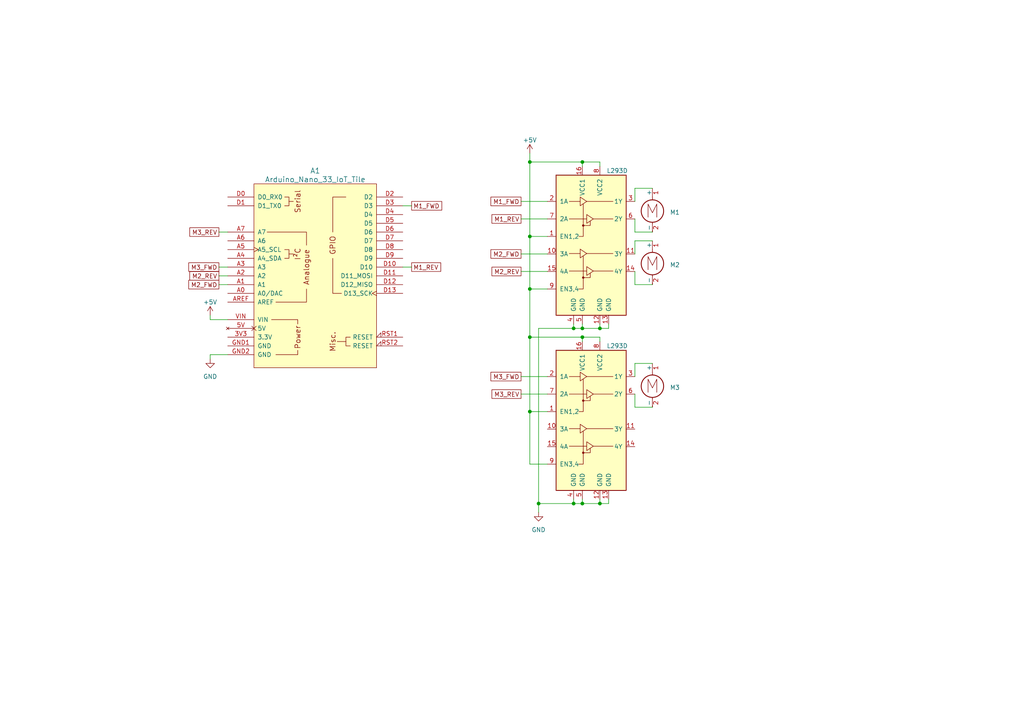
<source format=kicad_sch>
(kicad_sch (version 20230121) (generator eeschema)
  (paper "A4")
  (lib_symbols
    (symbol "Driver_Motor:L293D" (pin_names (offset 1.016))
      (property "Reference" "U" (at -5.08 26.035 0))
      (property "Value" "L293D" (at -5.08 24.13 0))
      (symbol "L293D_0_1"
        (rectangle (start -10.16 22.86) (end 10.16 -17.78) (stroke (width 0.254)) (fill (type background)))
        (circle (center -2.286 -6.858) (radius 0.254) (fill (type outline)))
        (circle (center -2.286 8.255) (radius 0.254) (fill (type outline)))
        (polyline (pts (xy -6.35 -4.953) (xy -1.27 -4.953)))
        (polyline (pts (xy -6.35 0.127) (xy -3.175 0.127)))
        (polyline (pts (xy -6.35 10.16) (xy -1.27 10.16)))
        (polyline (pts (xy -6.35 15.24) (xy -3.175 15.24)))
        (polyline (pts (xy -1.27 0.127) (xy 6.35 0.127)))
        (polyline (pts (xy -1.27 15.24) (xy 6.35 15.24)))
        (polyline (pts (xy 0.635 -4.953) (xy 6.35 -4.953)))
        (polyline (pts (xy 0.635 10.16) (xy 6.35 10.16)))
        (polyline (pts (xy -2.286 -6.858) (xy -0.254 -6.858) (xy -0.254 -5.588)))
        (polyline (pts (xy -2.286 -0.635) (xy -2.286 -10.16) (xy -3.556 -10.16)))
        (polyline (pts (xy -2.286 8.255) (xy -0.254 8.255) (xy -0.254 9.525)))
        (polyline (pts (xy -2.286 14.478) (xy -2.286 5.08) (xy -3.556 5.08)))
        (polyline (pts (xy -3.175 1.397) (xy -3.175 -1.143) (xy -1.27 0.127) (xy -3.175 1.397)))
        (polyline (pts (xy -3.175 16.51) (xy -3.175 13.97) (xy -1.27 15.24) (xy -3.175 16.51)))
        (polyline (pts (xy -1.27 -3.683) (xy -1.27 -6.223) (xy 0.635 -4.953) (xy -1.27 -3.683)))
        (polyline (pts (xy -1.27 11.43) (xy -1.27 8.89) (xy 0.635 10.16) (xy -1.27 11.43)))
      )
      (symbol "L293D_1_1"
        (pin input line (at -12.7 5.08 0) (length 2.54) (name "EN1,2") (number "1"))
        (pin input line (at -12.7 0 0) (length 2.54) (name "3A") (number "10"))
        (pin output line (at 12.7 0 180) (length 2.54) (name "3Y") (number "11"))
        (pin power_in line (at 2.54 -20.32 90) (length 2.54) (name "GND") (number "12"))
        (pin power_in line (at 5.08 -20.32 90) (length 2.54) (name "GND") (number "13"))
        (pin output line (at 12.7 -5.08 180) (length 2.54) (name "4Y") (number "14"))
        (pin input line (at -12.7 -5.08 0) (length 2.54) (name "4A") (number "15"))
        (pin power_in line (at -2.54 25.4 270) (length 2.54) (name "VCC1") (number "16"))
        (pin input line (at -12.7 15.24 0) (length 2.54) (name "1A") (number "2"))
        (pin output line (at 12.7 15.24 180) (length 2.54) (name "1Y") (number "3"))
        (pin power_in line (at -5.08 -20.32 90) (length 2.54) (name "GND") (number "4"))
        (pin power_in line (at -2.54 -20.32 90) (length 2.54) (name "GND") (number "5"))
        (pin output line (at 12.7 10.16 180) (length 2.54) (name "2Y") (number "6"))
        (pin input line (at -12.7 10.16 0) (length 2.54) (name "2A") (number "7"))
        (pin power_in line (at 2.54 25.4 270) (length 2.54) (name "VCC2") (number "8"))
        (pin input line (at -12.7 -10.16 0) (length 2.54) (name "EN3,4") (number "9"))
      )
    )
    (symbol "Motor:Motor_DC" (pin_names (offset 0))
      (property "Reference" "M" (at 2.54 2.54 0))
      (property "Value" "Motor_DC" (at 2.54 -5.08 0))
      (symbol "Motor_DC_0_0"
        (polyline (pts (xy -1.27 -3.302) (xy -1.27 0.508) (xy 0 -2.032) (xy 1.27 0.508) (xy 1.27 -3.302)))
      )
      (symbol "Motor_DC_0_1"
        (circle (center 0 -1.524) (radius 3.2512) (stroke (width 0.254)))
        (polyline (pts (xy 0 -7.62) (xy 0 -7.112)))
        (polyline (pts (xy 0 -4.7752) (xy 0 -5.1816)))
        (polyline (pts (xy 0 1.7272) (xy 0 2.0828)))
        (polyline (pts (xy 0 2.032) (xy 0 2.54)))
      )
      (symbol "Motor_DC_1_1"
        (pin passive line (at 0 5.08 270) (length 2.54) (name "+") (number "1"))
        (pin passive line (at 0 -7.62 90) (length 2.54) (name "-") (number "2"))
      )
    )
    (symbol "arduino-library:Arduino_Nano_33_IoT_Tile" (pin_names (offset 1.016))
      (property "Reference" "A" (at 0 33.02 0))
      (property "Value" "Arduino_Nano_33_IoT_Tile" (at 0 29.21 0))
      (symbol "Arduino_Nano_33_IoT_Tile_0_0"
        (rectangle (start -17.78 26.67) (end 17.78 -26.67) (fill (type background)))
        (polyline (pts (xy -7.62 6.35) (xy -6.35 6.35)))
        (polyline (pts (xy -7.62 21.59) (xy -6.35 21.59)))
        (polyline (pts (xy 8.89 -19.05) (xy 6.35 -19.05)))
        (polyline (pts (xy -11.43 -22.86) (xy -5.08 -22.86) (xy -5.08 -21.59)))
        (polyline (pts (xy -5.08 -13.97) (xy -5.08 -12.7) (xy -12.7 -12.7)))
        (polyline (pts (xy -8.89 7.62) (xy -7.62 7.62) (xy -7.62 5.08) (xy -8.89 5.08)))
        (polyline (pts (xy -8.89 22.86) (xy -7.62 22.86) (xy -7.62 20.32) (xy -8.89 20.32)))
        (text "Analogue" (at -2.54 2.54 900) (effects (font (size 1.524 1.524))))
        (text "I²C" (at -5.08 6.35 900) (effects (font (size 1.524 1.524))))
        (text "Misc." (at 5.08 -19.05 900) (effects (font (size 1.524 1.524))))
        (text "Power" (at -5.08 -17.78 900) (effects (font (size 1.524 1.524))))
        (text "Serial" (at -5.08 21.59 900) (effects (font (size 1.524 1.524))))
      )
      (symbol "Arduino_Nano_33_IoT_Tile_0_1"
        (polyline (pts (xy -13.97 12.7) (xy -2.54 12.7) (xy -2.54 8.89)))
        (polyline (pts (xy -11.43 -7.62) (xy -2.54 -7.62) (xy -2.54 -3.81)))
        (polyline (pts (xy 7.62 -5.08) (xy 5.08 -5.08) (xy 5.08 5.08)))
        (polyline (pts (xy 8.89 22.86) (xy 5.08 22.86) (xy 5.08 12.7)))
        (polyline (pts (xy 10.16 -17.78) (xy 8.89 -17.78) (xy 8.89 -20.32) (xy 10.16 -20.32)))
      )
      (symbol "Arduino_Nano_33_IoT_Tile_1_0"
        (text "GPIO" (at 5.08 8.89 900) (effects (font (size 1.524 1.524))))
      )
      (symbol "Arduino_Nano_33_IoT_Tile_1_1"
        (pin power_in line (at -25.4 -17.78 0) (length 7.62) (name "3.3V") (number "3V3"))
        (pin no_connect non_logic (at -25.4 -15.24 0) (length 7.62) (name "5V") (number "5V"))
        (pin bidirectional line (at -25.4 -5.08 0) (length 7.62) (name "A0/DAC") (number "A0"))
        (pin bidirectional line (at -25.4 -2.54 0) (length 7.62) (name "A1") (number "A1"))
        (pin bidirectional line (at -25.4 0 0) (length 7.62) (name "A2") (number "A2"))
        (pin bidirectional line (at -25.4 2.54 0) (length 7.62) (name "A3") (number "A3"))
        (pin bidirectional line (at -25.4 5.08 0) (length 7.62) (name "A4_SDA") (number "A4"))
        (pin bidirectional clock (at -25.4 7.62 0) (length 7.62) (name "A5_SCL") (number "A5"))
        (pin input line (at -25.4 10.16 0) (length 7.62) (name "A6") (number "A6"))
        (pin input line (at -25.4 12.7 0) (length 7.62) (name "A7") (number "A7"))
        (pin input line (at -25.4 -7.62 0) (length 7.62) (name "AREF") (number "AREF"))
        (pin bidirectional line (at -25.4 22.86 0) (length 7.62) (name "D0_RX0") (number "D0"))
        (pin bidirectional line (at -25.4 20.32 0) (length 7.62) (name "D1_TX0") (number "D1"))
        (pin bidirectional line (at 25.4 2.54 180) (length 7.62) (name "D10") (number "D10"))
        (pin bidirectional line (at 25.4 0 180) (length 7.62) (name "D11_MOSI") (number "D11"))
        (pin bidirectional line (at 25.4 -2.54 180) (length 7.62) (name "D12_MISO") (number "D12"))
        (pin bidirectional clock (at 25.4 -5.08 180) (length 7.62) (name "D13_SCK") (number "D13"))
        (pin bidirectional line (at 25.4 22.86 180) (length 7.62) (name "D2") (number "D2"))
        (pin bidirectional line (at 25.4 20.32 180) (length 7.62) (name "D3") (number "D3"))
        (pin bidirectional line (at 25.4 17.78 180) (length 7.62) (name "D4") (number "D4"))
        (pin bidirectional line (at 25.4 15.24 180) (length 7.62) (name "D5") (number "D5"))
        (pin bidirectional line (at 25.4 12.7 180) (length 7.62) (name "D6") (number "D6"))
        (pin bidirectional line (at 25.4 10.16 180) (length 7.62) (name "D7") (number "D7"))
        (pin bidirectional line (at 25.4 7.62 180) (length 7.62) (name "D8") (number "D8"))
        (pin bidirectional line (at 25.4 5.08 180) (length 7.62) (name "D9") (number "D9"))
        (pin power_in line (at -25.4 -20.32 0) (length 7.62) (name "GND") (number "GND1"))
        (pin power_in line (at -25.4 -22.86 0) (length 7.62) (name "GND") (number "GND2"))
        (pin open_collector input_low (at 25.4 -17.78 180) (length 7.62) (name "RESET") (number "RST1"))
        (pin open_collector input_low (at 25.4 -20.32 180) (length 7.62) (name "RESET") (number "RST2"))
        (pin power_in line (at -25.4 -12.7 0) (length 7.62) (name "VIN") (number "VIN"))
      )
    )
    (symbol "power:+5V" (power) (pin_names (offset 0))
      (property "Value" "+5V" (at 0 3.556 0))
      (symbol "+5V_0_1"
        (polyline (pts (xy -0.762 1.27) (xy 0 2.54)))
        (polyline (pts (xy 0 0) (xy 0 2.54)))
        (polyline (pts (xy 0 2.54) (xy 0.762 1.27)))
      )
      (symbol "+5V_1_1"
        (pin power_in line (at 0 0 90) (length 0) hide (name "+5V") (number "1"))
      )
    )
    (symbol "power:GND" (power) (pin_names (offset 0))
      (property "Value" "GND" (at 0 -3.81 0))
      (symbol "GND_0_1"
        (polyline (pts (xy 0 0) (xy 0 -1.27) (xy 1.27 -1.27) (xy 0 -2.54) (xy -1.27 -1.27) (xy 0 -1.27)))
      )
      (symbol "GND_1_1"
        (pin power_in line (at 0 0 270) (length 0) hide (name "GND") (number "1"))
      )
    )
  )
  (junction (at 153.67 119.38))
  (junction (at 153.67 83.82))
  (junction (at 166.37 95.25))
  (junction (at 168.91 97.79))
  (junction (at 153.67 46.99))
  (junction (at 173.99 146.05))
  (junction (at 156.21 146.05))
  (junction (at 173.99 95.25))
  (junction (at 168.91 146.05))
  (junction (at 166.37 146.05))
  (junction (at 168.91 46.99))
  (junction (at 153.67 68.58))
  (junction (at 168.91 95.25))
  (junction (at 153.67 97.79))
  (wire (pts (xy 184.15 54.61) (xy 189.23 54.61)))
  (wire (pts (xy 168.91 46.99) (xy 168.91 48.26)))
  (wire (pts (xy 173.99 93.98) (xy 173.99 95.25)))
  (wire (pts (xy 173.99 46.99) (xy 173.99 48.26)))
  (wire (pts (xy 184.15 67.31) (xy 189.23 67.31)))
  (wire (pts (xy 153.67 119.38) (xy 153.67 134.62)))
  (wire (pts (xy 173.99 146.05) (xy 176.53 146.05)))
  (wire (pts (xy 63.5 67.31) (xy 66.04 67.31)))
  (wire (pts (xy 184.15 73.66) (xy 184.15 69.85)))
  (wire (pts (xy 153.67 68.58) (xy 153.67 83.82)))
  (wire (pts (xy 184.15 118.11) (xy 189.23 118.11)))
  (wire (pts (xy 63.5 82.55) (xy 66.04 82.55)))
  (wire (pts (xy 153.67 83.82) (xy 158.75 83.82)))
  (wire (pts (xy 153.67 46.99) (xy 168.91 46.99)))
  (wire (pts (xy 173.99 95.25) (xy 176.53 95.25)))
  (wire (pts (xy 184.15 109.22) (xy 184.15 105.41)))
  (wire (pts (xy 116.84 77.47) (xy 119.38 77.47)))
  (wire (pts (xy 66.04 92.71) (xy 60.96 92.71)))
  (wire (pts (xy 184.15 69.85) (xy 189.23 69.85)))
  (wire (pts (xy 176.53 146.05) (xy 176.53 144.78)))
  (wire (pts (xy 153.67 97.79) (xy 168.91 97.79)))
  (wire (pts (xy 153.67 68.58) (xy 158.75 68.58)))
  (wire (pts (xy 166.37 95.25) (xy 168.91 95.25)))
  (wire (pts (xy 166.37 93.98) (xy 166.37 95.25)))
  (wire (pts (xy 156.21 146.05) (xy 166.37 146.05)))
  (wire (pts (xy 63.5 80.01) (xy 66.04 80.01)))
  (wire (pts (xy 151.13 63.5) (xy 158.75 63.5)))
  (wire (pts (xy 168.91 146.05) (xy 173.99 146.05)))
  (wire (pts (xy 184.15 105.41) (xy 189.23 105.41)))
  (wire (pts (xy 166.37 146.05) (xy 168.91 146.05)))
  (wire (pts (xy 168.91 97.79) (xy 168.91 99.06)))
  (wire (pts (xy 151.13 114.3) (xy 158.75 114.3)))
  (wire (pts (xy 116.84 59.69) (xy 119.38 59.69)))
  (wire (pts (xy 168.91 93.98) (xy 168.91 95.25)))
  (wire (pts (xy 168.91 97.79) (xy 173.99 97.79)))
  (wire (pts (xy 168.91 95.25) (xy 173.99 95.25)))
  (wire (pts (xy 153.67 44.45) (xy 153.67 46.99)))
  (wire (pts (xy 151.13 58.42) (xy 158.75 58.42)))
  (wire (pts (xy 176.53 95.25) (xy 176.53 93.98)))
  (wire (pts (xy 184.15 114.3) (xy 184.15 118.11)))
  (wire (pts (xy 173.99 144.78) (xy 173.99 146.05)))
  (wire (pts (xy 166.37 144.78) (xy 166.37 146.05)))
  (wire (pts (xy 151.13 73.66) (xy 158.75 73.66)))
  (wire (pts (xy 151.13 109.22) (xy 158.75 109.22)))
  (wire (pts (xy 153.67 46.99) (xy 153.67 68.58)))
  (wire (pts (xy 156.21 95.25) (xy 166.37 95.25)))
  (wire (pts (xy 151.13 78.74) (xy 158.75 78.74)))
  (wire (pts (xy 168.91 46.99) (xy 173.99 46.99)))
  (wire (pts (xy 156.21 95.25) (xy 156.21 146.05)))
  (wire (pts (xy 184.15 82.55) (xy 189.23 82.55)))
  (wire (pts (xy 153.67 97.79) (xy 153.67 119.38)))
  (wire (pts (xy 184.15 63.5) (xy 184.15 67.31)))
  (wire (pts (xy 153.67 119.38) (xy 158.75 119.38)))
  (wire (pts (xy 60.96 102.87) (xy 66.04 102.87)))
  (wire (pts (xy 156.21 148.59) (xy 156.21 146.05)))
  (wire (pts (xy 153.67 134.62) (xy 158.75 134.62)))
  (wire (pts (xy 60.96 92.71) (xy 60.96 91.44)))
  (wire (pts (xy 184.15 78.74) (xy 184.15 82.55)))
  (wire (pts (xy 153.67 83.82) (xy 153.67 97.79)))
  (wire (pts (xy 60.96 104.14) (xy 60.96 102.87)))
  (wire (pts (xy 184.15 58.42) (xy 184.15 54.61)))
  (wire (pts (xy 173.99 97.79) (xy 173.99 99.06)))
  (wire (pts (xy 168.91 144.78) (xy 168.91 146.05)))
  (wire (pts (xy 63.5 77.47) (xy 66.04 77.47)))
  (global_label "M1_FWD" (shape passive) (at 119.38 59.69 0) (property "Intersheetrefs" "${INTERSHEET_REFS}" (effects hide)))
  (global_label "M1_REV" (shape passive) (at 119.38 77.47 0) (property "Intersheetrefs" "${INTERSHEET_REFS}" (effects hide)))
  (global_label "M3_REV" (shape passive) (at 151.13 114.3 180) (property "Intersheetrefs" "${INTERSHEET_REFS}" (effects hide)))
  (global_label "M2_REV" (shape passive) (at 63.5 80.01 180) (property "Intersheetrefs" "${INTERSHEET_REFS}" (effects hide)))
  (global_label "M1_REV" (shape passive) (at 151.13 63.5 180) (property "Intersheetrefs" "${INTERSHEET_REFS}" (effects hide)))
  (global_label "M3_REV" (shape passive) (at 63.5 67.31 180) (property "Intersheetrefs" "${INTERSHEET_REFS}" (effects hide)))
  (global_label "M2_REV" (shape passive) (at 151.13 78.74 180) (property "Intersheetrefs" "${INTERSHEET_REFS}" (effects hide)))
  (global_label "M3_FWD" (shape passive) (at 63.5 77.47 180) (property "Intersheetrefs" "${INTERSHEET_REFS}" (effects hide)))
  (global_label "M2_FWD" (shape passive) (at 151.13 73.66 180) (property "Intersheetrefs" "${INTERSHEET_REFS}" (effects hide)))
  (global_label "M2_FWD" (shape passive) (at 63.5 82.55 180) (property "Intersheetrefs" "${INTERSHEET_REFS}" (effects hide)))
  (global_label "M1_FWD" (shape passive) (at 151.13 58.42 180) (property "Intersheetrefs" "${INTERSHEET_REFS}" (effects hide)))
  (global_label "M3_FWD" (shape passive) (at 151.13 109.22 180) (property "Intersheetrefs" "${INTERSHEET_REFS}" (effects hide)))
  (symbol (lib_id "power:+5V") (at 60.96 91.44 0) (unit 1)
    (property "Reference" "#PWR03" (effects hide))
    (property "Value" "+5V" (at 60.96 87.63 0))
  )
  (symbol (lib_id "Motor:Motor_DC") (at 189.23 74.93 0) (unit 1)
    (property "Reference" "M2" (at 194.31 76.835 0) (effects (justify left)))
    (property "Value" "Motor_DC" (effects hide))
    (property "Footprint" "Connector_PinHeader_2.54mm:PinHeader_1x02_P2.54mm_Vertical_SMD_Pin1Left" (effects hide))
  )
  (symbol (lib_id "power:GND") (at 156.21 148.59 0) (unit 1)
    (property "Reference" "#PWR01" (effects hide))
    (property "Value" "GND" (at 156.21 153.67 0))
  )
  (symbol (lib_id "power:+5V") (at 153.67 44.45 0) (unit 1)
    (property "Reference" "#PWR02" (effects hide))
    (property "Value" "+5V" (at 153.67 40.64 0))
  )
  (symbol (lib_id "Motor:Motor_DC") (at 189.23 110.49 0) (unit 1)
    (property "Reference" "M3" (at 194.31 112.395 0) (effects (justify left)))
    (property "Value" "Motor_DC" (effects hide))
    (property "Footprint" "Connector_PinHeader_2.54mm:PinHeader_1x02_P2.54mm_Vertical_SMD_Pin1Left" (effects hide))
  )
  (symbol (lib_id "Motor:Motor_DC") (at 189.23 59.69 0) (unit 1)
    (property "Reference" "M1" (at 194.31 61.595 0) (effects (justify left)))
    (property "Value" "Motor_DC" (effects hide))
    (property "Footprint" "Connector_PinHeader_2.54mm:PinHeader_1x02_P2.54mm_Vertical_SMD_Pin1Left" (effects hide))
  )
  (symbol (lib_id "power:GND") (at 60.96 104.14 0) (unit 1)
    (property "Reference" "#PWR04" (effects hide))
    (property "Value" "GND" (at 60.96 109.22 0))
  )
  (symbol (lib_id "Driver_Motor:L293D") (at 171.45 73.66 0) (unit 1)
    (property "Reference" "U1" (effects hide))
    (property "Value" "L293D" (at 175.9459 49.53 0) (effects (justify left)))
    (property "Footprint" "Package_DIP:DIP-16_W7.62mm" (effects hide))
    (property "Datasheet" "http://www.ti.com/lit/ds/symlink/l293.pdf" (effects hide))
  )
  (symbol (lib_id "Driver_Motor:L293D") (at 171.45 124.46 0) (unit 1)
    (property "Reference" "U2" (effects hide))
    (property "Value" "L293D" (at 175.9459 100.33 0) (effects (justify left)))
    (property "Footprint" "Package_DIP:DIP-16_W7.62mm" (effects hide))
    (property "Datasheet" "http://www.ti.com/lit/ds/symlink/l293.pdf" (effects hide))
  )
  (symbol (lib_id "arduino-library:Arduino_Nano_33_IoT_Tile") (at 91.44 80.01 0) (unit 1)
    (property "Reference" "A1" (at 91.44 49.53 0) (effects (font (size 1.524 1.524))))
    (property "Value" "Arduino_Nano_33_IoT_Tile" (at 91.44 52.07 0) (effects (font (size 1.524 1.524))))
    (property "Footprint" "arduino-library:Arduino_Nano_33_IoT_Socket" (effects hide))
    (property "Datasheet" "https://docs.arduino.cc/hardware/nano-33-iot" (effects hide))
  )
)
</source>
